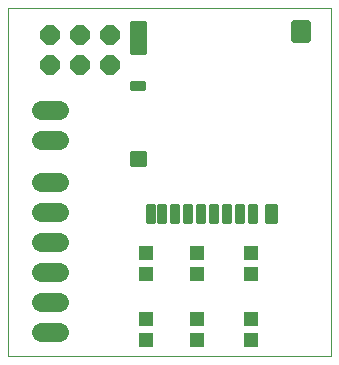
<source format=gbs>
G75*
%MOIN*%
%OFA0B0*%
%FSLAX24Y24*%
%IPPOS*%
%LPD*%
%AMOC8*
5,1,8,0,0,1.08239X$1,22.5*
%
%ADD10C,0.0000*%
%ADD11C,0.0640*%
%ADD12C,0.0166*%
%ADD13C,0.0201*%
%ADD14C,0.0106*%
%ADD15C,0.0154*%
%ADD16C,0.0126*%
%ADD17C,0.0130*%
%ADD18R,0.0465X0.0453*%
%ADD19OC8,0.0640*%
D10*
X000180Y000547D02*
X000180Y012143D01*
X010950Y012143D01*
X010950Y000547D01*
X000180Y000547D01*
D11*
X001280Y001347D02*
X001880Y001347D01*
X001880Y002347D02*
X001280Y002347D01*
X001280Y003347D02*
X001880Y003347D01*
X001880Y004347D02*
X001280Y004347D01*
X001280Y005347D02*
X001880Y005347D01*
X001880Y006347D02*
X001280Y006347D01*
X001280Y007747D02*
X001880Y007747D01*
X001880Y008747D02*
X001280Y008747D01*
D12*
X004308Y010678D02*
X004694Y010678D01*
X004308Y010678D02*
X004308Y011654D01*
X004694Y011654D01*
X004694Y010678D01*
X004694Y010843D02*
X004308Y010843D01*
X004308Y011008D02*
X004694Y011008D01*
X004694Y011173D02*
X004308Y011173D01*
X004308Y011338D02*
X004694Y011338D01*
X004694Y011503D02*
X004308Y011503D01*
D13*
X009699Y011079D02*
X010169Y011079D01*
X009699Y011079D02*
X009699Y011667D01*
X010169Y011667D01*
X010169Y011079D01*
X010169Y011279D02*
X009699Y011279D01*
X009699Y011479D02*
X010169Y011479D01*
D14*
X004724Y009458D02*
X004278Y009458D01*
X004278Y009706D01*
X004724Y009706D01*
X004724Y009458D01*
X004724Y009563D02*
X004278Y009563D01*
X004278Y009668D02*
X004724Y009668D01*
D15*
X004700Y006962D02*
X004302Y006962D01*
X004302Y007320D01*
X004700Y007320D01*
X004700Y006962D01*
X004700Y007115D02*
X004302Y007115D01*
X004302Y007268D02*
X004700Y007268D01*
D16*
X004839Y005018D02*
X005029Y005018D01*
X004839Y005018D02*
X004839Y005562D01*
X005029Y005562D01*
X005029Y005018D01*
X005029Y005143D02*
X004839Y005143D01*
X004839Y005268D02*
X005029Y005268D01*
X005029Y005393D02*
X004839Y005393D01*
X004839Y005518D02*
X005029Y005518D01*
X005213Y005018D02*
X005403Y005018D01*
X005213Y005018D02*
X005213Y005562D01*
X005403Y005562D01*
X005403Y005018D01*
X005403Y005143D02*
X005213Y005143D01*
X005213Y005268D02*
X005403Y005268D01*
X005403Y005393D02*
X005213Y005393D01*
X005213Y005518D02*
X005403Y005518D01*
X005646Y005018D02*
X005836Y005018D01*
X005646Y005018D02*
X005646Y005562D01*
X005836Y005562D01*
X005836Y005018D01*
X005836Y005143D02*
X005646Y005143D01*
X005646Y005268D02*
X005836Y005268D01*
X005836Y005393D02*
X005646Y005393D01*
X005646Y005518D02*
X005836Y005518D01*
X006079Y005018D02*
X006269Y005018D01*
X006079Y005018D02*
X006079Y005562D01*
X006269Y005562D01*
X006269Y005018D01*
X006269Y005143D02*
X006079Y005143D01*
X006079Y005268D02*
X006269Y005268D01*
X006269Y005393D02*
X006079Y005393D01*
X006079Y005518D02*
X006269Y005518D01*
X006513Y005018D02*
X006703Y005018D01*
X006513Y005018D02*
X006513Y005562D01*
X006703Y005562D01*
X006703Y005018D01*
X006703Y005143D02*
X006513Y005143D01*
X006513Y005268D02*
X006703Y005268D01*
X006703Y005393D02*
X006513Y005393D01*
X006513Y005518D02*
X006703Y005518D01*
X006946Y005018D02*
X007136Y005018D01*
X006946Y005018D02*
X006946Y005562D01*
X007136Y005562D01*
X007136Y005018D01*
X007136Y005143D02*
X006946Y005143D01*
X006946Y005268D02*
X007136Y005268D01*
X007136Y005393D02*
X006946Y005393D01*
X006946Y005518D02*
X007136Y005518D01*
X007379Y005018D02*
X007569Y005018D01*
X007379Y005018D02*
X007379Y005562D01*
X007569Y005562D01*
X007569Y005018D01*
X007569Y005143D02*
X007379Y005143D01*
X007379Y005268D02*
X007569Y005268D01*
X007569Y005393D02*
X007379Y005393D01*
X007379Y005518D02*
X007569Y005518D01*
X007812Y005018D02*
X008002Y005018D01*
X007812Y005018D02*
X007812Y005562D01*
X008002Y005562D01*
X008002Y005018D01*
X008002Y005143D02*
X007812Y005143D01*
X007812Y005268D02*
X008002Y005268D01*
X008002Y005393D02*
X007812Y005393D01*
X007812Y005518D02*
X008002Y005518D01*
X008245Y005018D02*
X008435Y005018D01*
X008245Y005018D02*
X008245Y005562D01*
X008435Y005562D01*
X008435Y005018D01*
X008435Y005143D02*
X008245Y005143D01*
X008245Y005268D02*
X008435Y005268D01*
X008435Y005393D02*
X008245Y005393D01*
X008245Y005518D02*
X008435Y005518D01*
D17*
X008798Y005020D02*
X009102Y005020D01*
X008798Y005020D02*
X008798Y005560D01*
X009102Y005560D01*
X009102Y005020D01*
X009102Y005149D02*
X008798Y005149D01*
X008798Y005278D02*
X009102Y005278D01*
X009102Y005407D02*
X008798Y005407D01*
X008798Y005536D02*
X009102Y005536D01*
D18*
X008280Y003992D03*
X008280Y003303D03*
X008280Y001792D03*
X008280Y001103D03*
X006480Y001103D03*
X006480Y001792D03*
X006480Y003303D03*
X006480Y003992D03*
X004780Y003992D03*
X004780Y003303D03*
X004780Y001792D03*
X004780Y001103D03*
D19*
X003580Y010247D03*
X003580Y011247D03*
X002580Y011247D03*
X002580Y010247D03*
X001580Y010247D03*
X001580Y011247D03*
M02*

</source>
